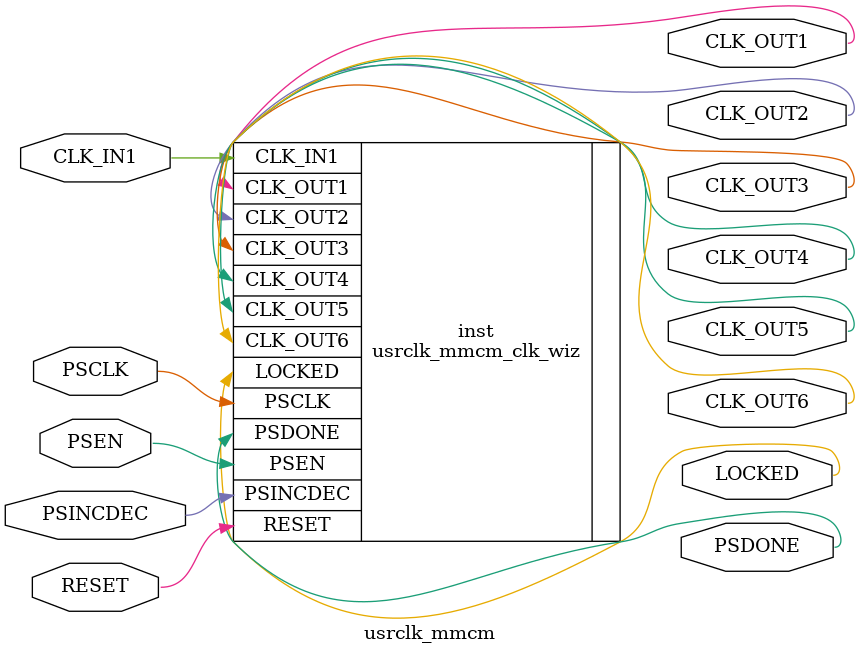
<source format=v>


`timescale 1ps/1ps

(* CORE_GENERATION_INFO = "usrclk_mmcm,clk_wiz_v5_4_1_0,{component_name=usrclk_mmcm,use_phase_alignment=true,use_min_o_jitter=false,use_max_i_jitter=false,use_dyn_phase_shift=true,use_inclk_switchover=false,use_dyn_reconfig=false,enable_axi=0,feedback_source=FDBK_AUTO,PRIMITIVE=MMCM,num_out_clk=6,clkin1_period=25.000,clkin2_period=10.0,use_power_down=false,use_reset=true,use_locked=true,use_inclk_stopped=false,feedback_type=SINGLE,CLOCK_MGR_TYPE=NA,manual_override=false}" *)

module usrclk_mmcm 
 (
  // Clock out ports
  output        CLK_OUT1,
  output        CLK_OUT2,
  output        CLK_OUT3,
  output        CLK_OUT4,
  output        CLK_OUT5,
  output        CLK_OUT6,
  // Dynamic phase shift ports
  input         PSCLK,
  input         PSEN,
  input         PSINCDEC,
  output        PSDONE,
  // Status and control signals
  input         RESET,
  output        LOCKED,
 // Clock in ports
  input         CLK_IN1
 );

  usrclk_mmcm_clk_wiz inst
  (
  // Clock out ports  
  .CLK_OUT1(CLK_OUT1),
  .CLK_OUT2(CLK_OUT2),
  .CLK_OUT3(CLK_OUT3),
  .CLK_OUT4(CLK_OUT4),
  .CLK_OUT5(CLK_OUT5),
  .CLK_OUT6(CLK_OUT6),
  // Dynamic phase shift ports                
  .PSCLK(PSCLK),
  .PSEN(PSEN),
  .PSINCDEC(PSINCDEC),
  .PSDONE(PSDONE),
  // Status and control signals               
  .RESET(RESET), 
  .LOCKED(LOCKED),
 // Clock in ports
  .CLK_IN1(CLK_IN1)
  );

endmodule

</source>
